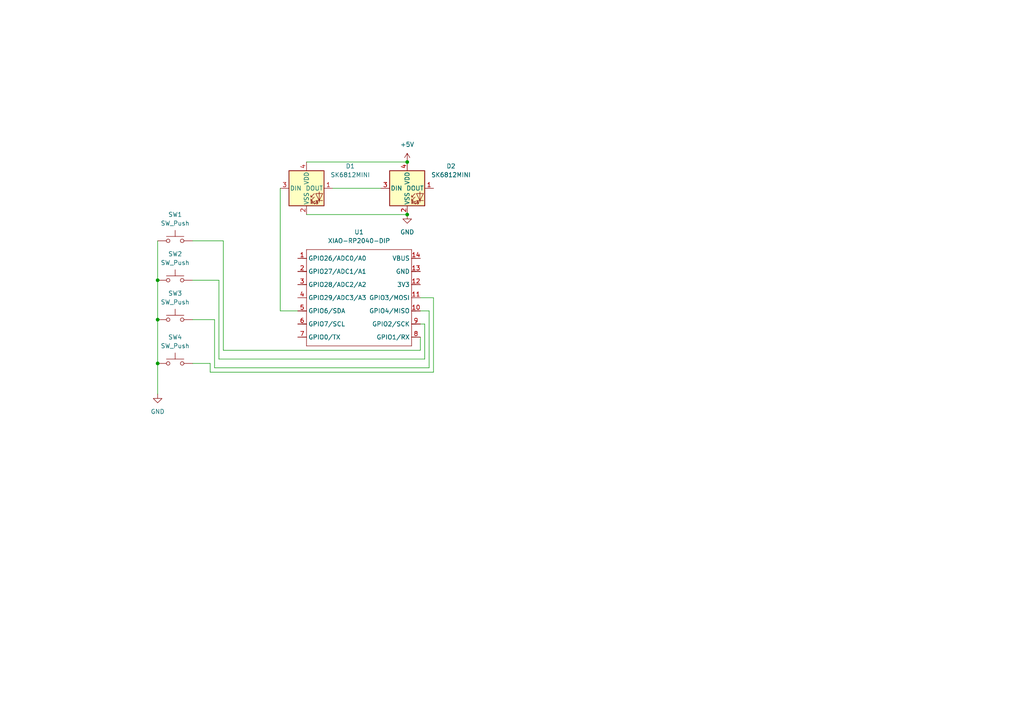
<source format=kicad_sch>
(kicad_sch
	(version 20250114)
	(generator "eeschema")
	(generator_version "9.0")
	(uuid "2284e787-8d46-4ef3-a9b9-463e6d4c54fe")
	(paper "A4")
	(lib_symbols
		(symbol "LED:SK6812MINI"
			(pin_names
				(offset 0.254)
			)
			(exclude_from_sim no)
			(in_bom yes)
			(on_board yes)
			(property "Reference" "D"
				(at 5.08 5.715 0)
				(effects
					(font
						(size 1.27 1.27)
					)
					(justify right bottom)
				)
			)
			(property "Value" "SK6812MINI"
				(at 1.27 -5.715 0)
				(effects
					(font
						(size 1.27 1.27)
					)
					(justify left top)
				)
			)
			(property "Footprint" "LED_SMD:LED_SK6812MINI_PLCC4_3.5x3.5mm_P1.75mm"
				(at 1.27 -7.62 0)
				(effects
					(font
						(size 1.27 1.27)
					)
					(justify left top)
					(hide yes)
				)
			)
			(property "Datasheet" "https://cdn-shop.adafruit.com/product-files/2686/SK6812MINI_REV.01-1-2.pdf"
				(at 2.54 -9.525 0)
				(effects
					(font
						(size 1.27 1.27)
					)
					(justify left top)
					(hide yes)
				)
			)
			(property "Description" "RGB LED with integrated controller"
				(at 0 0 0)
				(effects
					(font
						(size 1.27 1.27)
					)
					(hide yes)
				)
			)
			(property "ki_keywords" "RGB LED NeoPixel Mini addressable"
				(at 0 0 0)
				(effects
					(font
						(size 1.27 1.27)
					)
					(hide yes)
				)
			)
			(property "ki_fp_filters" "LED*SK6812MINI*PLCC*3.5x3.5mm*P1.75mm*"
				(at 0 0 0)
				(effects
					(font
						(size 1.27 1.27)
					)
					(hide yes)
				)
			)
			(symbol "SK6812MINI_0_0"
				(text "RGB"
					(at 2.286 -4.191 0)
					(effects
						(font
							(size 0.762 0.762)
						)
					)
				)
			)
			(symbol "SK6812MINI_0_1"
				(polyline
					(pts
						(xy 1.27 -2.54) (xy 1.778 -2.54)
					)
					(stroke
						(width 0)
						(type default)
					)
					(fill
						(type none)
					)
				)
				(polyline
					(pts
						(xy 1.27 -3.556) (xy 1.778 -3.556)
					)
					(stroke
						(width 0)
						(type default)
					)
					(fill
						(type none)
					)
				)
				(polyline
					(pts
						(xy 2.286 -1.524) (xy 1.27 -2.54) (xy 1.27 -2.032)
					)
					(stroke
						(width 0)
						(type default)
					)
					(fill
						(type none)
					)
				)
				(polyline
					(pts
						(xy 2.286 -2.54) (xy 1.27 -3.556) (xy 1.27 -3.048)
					)
					(stroke
						(width 0)
						(type default)
					)
					(fill
						(type none)
					)
				)
				(polyline
					(pts
						(xy 3.683 -1.016) (xy 3.683 -3.556) (xy 3.683 -4.064)
					)
					(stroke
						(width 0)
						(type default)
					)
					(fill
						(type none)
					)
				)
				(polyline
					(pts
						(xy 4.699 -1.524) (xy 2.667 -1.524) (xy 3.683 -3.556) (xy 4.699 -1.524)
					)
					(stroke
						(width 0)
						(type default)
					)
					(fill
						(type none)
					)
				)
				(polyline
					(pts
						(xy 4.699 -3.556) (xy 2.667 -3.556)
					)
					(stroke
						(width 0)
						(type default)
					)
					(fill
						(type none)
					)
				)
				(rectangle
					(start 5.08 5.08)
					(end -5.08 -5.08)
					(stroke
						(width 0.254)
						(type default)
					)
					(fill
						(type background)
					)
				)
			)
			(symbol "SK6812MINI_1_1"
				(pin input line
					(at -7.62 0 0)
					(length 2.54)
					(name "DIN"
						(effects
							(font
								(size 1.27 1.27)
							)
						)
					)
					(number "3"
						(effects
							(font
								(size 1.27 1.27)
							)
						)
					)
				)
				(pin power_in line
					(at 0 7.62 270)
					(length 2.54)
					(name "VDD"
						(effects
							(font
								(size 1.27 1.27)
							)
						)
					)
					(number "4"
						(effects
							(font
								(size 1.27 1.27)
							)
						)
					)
				)
				(pin power_in line
					(at 0 -7.62 90)
					(length 2.54)
					(name "VSS"
						(effects
							(font
								(size 1.27 1.27)
							)
						)
					)
					(number "2"
						(effects
							(font
								(size 1.27 1.27)
							)
						)
					)
				)
				(pin output line
					(at 7.62 0 180)
					(length 2.54)
					(name "DOUT"
						(effects
							(font
								(size 1.27 1.27)
							)
						)
					)
					(number "1"
						(effects
							(font
								(size 1.27 1.27)
							)
						)
					)
				)
			)
			(embedded_fonts no)
		)
		(symbol "OPL:XIAO-RP2040-DIP"
			(exclude_from_sim no)
			(in_bom yes)
			(on_board yes)
			(property "Reference" "U"
				(at 0 0 0)
				(effects
					(font
						(size 1.27 1.27)
					)
				)
			)
			(property "Value" "XIAO-RP2040-DIP"
				(at 5.334 -1.778 0)
				(effects
					(font
						(size 1.27 1.27)
					)
				)
			)
			(property "Footprint" "Module:MOUDLE14P-XIAO-DIP-SMD"
				(at 14.478 -32.258 0)
				(effects
					(font
						(size 1.27 1.27)
					)
					(hide yes)
				)
			)
			(property "Datasheet" ""
				(at 0 0 0)
				(effects
					(font
						(size 1.27 1.27)
					)
					(hide yes)
				)
			)
			(property "Description" ""
				(at 0 0 0)
				(effects
					(font
						(size 1.27 1.27)
					)
					(hide yes)
				)
			)
			(symbol "XIAO-RP2040-DIP_1_0"
				(polyline
					(pts
						(xy -1.27 -2.54) (xy 29.21 -2.54)
					)
					(stroke
						(width 0.1524)
						(type solid)
					)
					(fill
						(type none)
					)
				)
				(polyline
					(pts
						(xy -1.27 -5.08) (xy -2.54 -5.08)
					)
					(stroke
						(width 0.1524)
						(type solid)
					)
					(fill
						(type none)
					)
				)
				(polyline
					(pts
						(xy -1.27 -5.08) (xy -1.27 -2.54)
					)
					(stroke
						(width 0.1524)
						(type solid)
					)
					(fill
						(type none)
					)
				)
				(polyline
					(pts
						(xy -1.27 -8.89) (xy -2.54 -8.89)
					)
					(stroke
						(width 0.1524)
						(type solid)
					)
					(fill
						(type none)
					)
				)
				(polyline
					(pts
						(xy -1.27 -8.89) (xy -1.27 -5.08)
					)
					(stroke
						(width 0.1524)
						(type solid)
					)
					(fill
						(type none)
					)
				)
				(polyline
					(pts
						(xy -1.27 -12.7) (xy -2.54 -12.7)
					)
					(stroke
						(width 0.1524)
						(type solid)
					)
					(fill
						(type none)
					)
				)
				(polyline
					(pts
						(xy -1.27 -12.7) (xy -1.27 -8.89)
					)
					(stroke
						(width 0.1524)
						(type solid)
					)
					(fill
						(type none)
					)
				)
				(polyline
					(pts
						(xy -1.27 -16.51) (xy -2.54 -16.51)
					)
					(stroke
						(width 0.1524)
						(type solid)
					)
					(fill
						(type none)
					)
				)
				(polyline
					(pts
						(xy -1.27 -16.51) (xy -1.27 -12.7)
					)
					(stroke
						(width 0.1524)
						(type solid)
					)
					(fill
						(type none)
					)
				)
				(polyline
					(pts
						(xy -1.27 -20.32) (xy -2.54 -20.32)
					)
					(stroke
						(width 0.1524)
						(type solid)
					)
					(fill
						(type none)
					)
				)
				(polyline
					(pts
						(xy -1.27 -24.13) (xy -2.54 -24.13)
					)
					(stroke
						(width 0.1524)
						(type solid)
					)
					(fill
						(type none)
					)
				)
				(polyline
					(pts
						(xy -1.27 -27.94) (xy -2.54 -27.94)
					)
					(stroke
						(width 0.1524)
						(type solid)
					)
					(fill
						(type none)
					)
				)
				(polyline
					(pts
						(xy -1.27 -30.48) (xy -1.27 -16.51)
					)
					(stroke
						(width 0.1524)
						(type solid)
					)
					(fill
						(type none)
					)
				)
				(polyline
					(pts
						(xy 29.21 -2.54) (xy 29.21 -5.08)
					)
					(stroke
						(width 0.1524)
						(type solid)
					)
					(fill
						(type none)
					)
				)
				(polyline
					(pts
						(xy 29.21 -5.08) (xy 29.21 -8.89)
					)
					(stroke
						(width 0.1524)
						(type solid)
					)
					(fill
						(type none)
					)
				)
				(polyline
					(pts
						(xy 29.21 -8.89) (xy 29.21 -12.7)
					)
					(stroke
						(width 0.1524)
						(type solid)
					)
					(fill
						(type none)
					)
				)
				(polyline
					(pts
						(xy 29.21 -12.7) (xy 29.21 -30.48)
					)
					(stroke
						(width 0.1524)
						(type solid)
					)
					(fill
						(type none)
					)
				)
				(polyline
					(pts
						(xy 29.21 -30.48) (xy -1.27 -30.48)
					)
					(stroke
						(width 0.1524)
						(type solid)
					)
					(fill
						(type none)
					)
				)
				(polyline
					(pts
						(xy 30.48 -5.08) (xy 29.21 -5.08)
					)
					(stroke
						(width 0.1524)
						(type solid)
					)
					(fill
						(type none)
					)
				)
				(polyline
					(pts
						(xy 30.48 -8.89) (xy 29.21 -8.89)
					)
					(stroke
						(width 0.1524)
						(type solid)
					)
					(fill
						(type none)
					)
				)
				(polyline
					(pts
						(xy 30.48 -12.7) (xy 29.21 -12.7)
					)
					(stroke
						(width 0.1524)
						(type solid)
					)
					(fill
						(type none)
					)
				)
				(polyline
					(pts
						(xy 30.48 -16.51) (xy 29.21 -16.51)
					)
					(stroke
						(width 0.1524)
						(type solid)
					)
					(fill
						(type none)
					)
				)
				(polyline
					(pts
						(xy 30.48 -20.32) (xy 29.21 -20.32)
					)
					(stroke
						(width 0.1524)
						(type solid)
					)
					(fill
						(type none)
					)
				)
				(polyline
					(pts
						(xy 30.48 -24.13) (xy 29.21 -24.13)
					)
					(stroke
						(width 0.1524)
						(type solid)
					)
					(fill
						(type none)
					)
				)
				(polyline
					(pts
						(xy 30.48 -27.94) (xy 29.21 -27.94)
					)
					(stroke
						(width 0.1524)
						(type solid)
					)
					(fill
						(type none)
					)
				)
				(pin passive line
					(at -3.81 -5.08 0)
					(length 2.54)
					(name "GPIO26/ADC0/A0"
						(effects
							(font
								(size 1.27 1.27)
							)
						)
					)
					(number "1"
						(effects
							(font
								(size 1.27 1.27)
							)
						)
					)
				)
				(pin passive line
					(at -3.81 -8.89 0)
					(length 2.54)
					(name "GPIO27/ADC1/A1"
						(effects
							(font
								(size 1.27 1.27)
							)
						)
					)
					(number "2"
						(effects
							(font
								(size 1.27 1.27)
							)
						)
					)
				)
				(pin passive line
					(at -3.81 -12.7 0)
					(length 2.54)
					(name "GPIO28/ADC2/A2"
						(effects
							(font
								(size 1.27 1.27)
							)
						)
					)
					(number "3"
						(effects
							(font
								(size 1.27 1.27)
							)
						)
					)
				)
				(pin passive line
					(at -3.81 -16.51 0)
					(length 2.54)
					(name "GPIO29/ADC3/A3"
						(effects
							(font
								(size 1.27 1.27)
							)
						)
					)
					(number "4"
						(effects
							(font
								(size 1.27 1.27)
							)
						)
					)
				)
				(pin passive line
					(at -3.81 -20.32 0)
					(length 2.54)
					(name "GPIO6/SDA"
						(effects
							(font
								(size 1.27 1.27)
							)
						)
					)
					(number "5"
						(effects
							(font
								(size 1.27 1.27)
							)
						)
					)
				)
				(pin passive line
					(at -3.81 -24.13 0)
					(length 2.54)
					(name "GPIO7/SCL"
						(effects
							(font
								(size 1.27 1.27)
							)
						)
					)
					(number "6"
						(effects
							(font
								(size 1.27 1.27)
							)
						)
					)
				)
				(pin passive line
					(at -3.81 -27.94 0)
					(length 2.54)
					(name "GPIO0/TX"
						(effects
							(font
								(size 1.27 1.27)
							)
						)
					)
					(number "7"
						(effects
							(font
								(size 1.27 1.27)
							)
						)
					)
				)
				(pin passive line
					(at 31.75 -5.08 180)
					(length 2.54)
					(name "VBUS"
						(effects
							(font
								(size 1.27 1.27)
							)
						)
					)
					(number "14"
						(effects
							(font
								(size 1.27 1.27)
							)
						)
					)
				)
				(pin passive line
					(at 31.75 -8.89 180)
					(length 2.54)
					(name "GND"
						(effects
							(font
								(size 1.27 1.27)
							)
						)
					)
					(number "13"
						(effects
							(font
								(size 1.27 1.27)
							)
						)
					)
				)
				(pin passive line
					(at 31.75 -12.7 180)
					(length 2.54)
					(name "3V3"
						(effects
							(font
								(size 1.27 1.27)
							)
						)
					)
					(number "12"
						(effects
							(font
								(size 1.27 1.27)
							)
						)
					)
				)
				(pin passive line
					(at 31.75 -16.51 180)
					(length 2.54)
					(name "GPIO3/MOSI"
						(effects
							(font
								(size 1.27 1.27)
							)
						)
					)
					(number "11"
						(effects
							(font
								(size 1.27 1.27)
							)
						)
					)
				)
				(pin passive line
					(at 31.75 -20.32 180)
					(length 2.54)
					(name "GPIO4/MISO"
						(effects
							(font
								(size 1.27 1.27)
							)
						)
					)
					(number "10"
						(effects
							(font
								(size 1.27 1.27)
							)
						)
					)
				)
				(pin passive line
					(at 31.75 -24.13 180)
					(length 2.54)
					(name "GPIO2/SCK"
						(effects
							(font
								(size 1.27 1.27)
							)
						)
					)
					(number "9"
						(effects
							(font
								(size 1.27 1.27)
							)
						)
					)
				)
				(pin passive line
					(at 31.75 -27.94 180)
					(length 2.54)
					(name "GPIO1/RX"
						(effects
							(font
								(size 1.27 1.27)
							)
						)
					)
					(number "8"
						(effects
							(font
								(size 1.27 1.27)
							)
						)
					)
				)
			)
			(embedded_fonts no)
		)
		(symbol "Switch:SW_Push"
			(pin_numbers
				(hide yes)
			)
			(pin_names
				(offset 1.016)
				(hide yes)
			)
			(exclude_from_sim no)
			(in_bom yes)
			(on_board yes)
			(property "Reference" "SW"
				(at 1.27 2.54 0)
				(effects
					(font
						(size 1.27 1.27)
					)
					(justify left)
				)
			)
			(property "Value" "SW_Push"
				(at 0 -1.524 0)
				(effects
					(font
						(size 1.27 1.27)
					)
				)
			)
			(property "Footprint" ""
				(at 0 5.08 0)
				(effects
					(font
						(size 1.27 1.27)
					)
					(hide yes)
				)
			)
			(property "Datasheet" "~"
				(at 0 5.08 0)
				(effects
					(font
						(size 1.27 1.27)
					)
					(hide yes)
				)
			)
			(property "Description" "Push button switch, generic, two pins"
				(at 0 0 0)
				(effects
					(font
						(size 1.27 1.27)
					)
					(hide yes)
				)
			)
			(property "ki_keywords" "switch normally-open pushbutton push-button"
				(at 0 0 0)
				(effects
					(font
						(size 1.27 1.27)
					)
					(hide yes)
				)
			)
			(symbol "SW_Push_0_1"
				(circle
					(center -2.032 0)
					(radius 0.508)
					(stroke
						(width 0)
						(type default)
					)
					(fill
						(type none)
					)
				)
				(polyline
					(pts
						(xy 0 1.27) (xy 0 3.048)
					)
					(stroke
						(width 0)
						(type default)
					)
					(fill
						(type none)
					)
				)
				(circle
					(center 2.032 0)
					(radius 0.508)
					(stroke
						(width 0)
						(type default)
					)
					(fill
						(type none)
					)
				)
				(polyline
					(pts
						(xy 2.54 1.27) (xy -2.54 1.27)
					)
					(stroke
						(width 0)
						(type default)
					)
					(fill
						(type none)
					)
				)
				(pin passive line
					(at -5.08 0 0)
					(length 2.54)
					(name "1"
						(effects
							(font
								(size 1.27 1.27)
							)
						)
					)
					(number "1"
						(effects
							(font
								(size 1.27 1.27)
							)
						)
					)
				)
				(pin passive line
					(at 5.08 0 180)
					(length 2.54)
					(name "2"
						(effects
							(font
								(size 1.27 1.27)
							)
						)
					)
					(number "2"
						(effects
							(font
								(size 1.27 1.27)
							)
						)
					)
				)
			)
			(embedded_fonts no)
		)
		(symbol "power:+5V"
			(power)
			(pin_numbers
				(hide yes)
			)
			(pin_names
				(offset 0)
				(hide yes)
			)
			(exclude_from_sim no)
			(in_bom yes)
			(on_board yes)
			(property "Reference" "#PWR"
				(at 0 -3.81 0)
				(effects
					(font
						(size 1.27 1.27)
					)
					(hide yes)
				)
			)
			(property "Value" "+5V"
				(at 0 3.556 0)
				(effects
					(font
						(size 1.27 1.27)
					)
				)
			)
			(property "Footprint" ""
				(at 0 0 0)
				(effects
					(font
						(size 1.27 1.27)
					)
					(hide yes)
				)
			)
			(property "Datasheet" ""
				(at 0 0 0)
				(effects
					(font
						(size 1.27 1.27)
					)
					(hide yes)
				)
			)
			(property "Description" "Power symbol creates a global label with name \"+5V\""
				(at 0 0 0)
				(effects
					(font
						(size 1.27 1.27)
					)
					(hide yes)
				)
			)
			(property "ki_keywords" "global power"
				(at 0 0 0)
				(effects
					(font
						(size 1.27 1.27)
					)
					(hide yes)
				)
			)
			(symbol "+5V_0_1"
				(polyline
					(pts
						(xy -0.762 1.27) (xy 0 2.54)
					)
					(stroke
						(width 0)
						(type default)
					)
					(fill
						(type none)
					)
				)
				(polyline
					(pts
						(xy 0 2.54) (xy 0.762 1.27)
					)
					(stroke
						(width 0)
						(type default)
					)
					(fill
						(type none)
					)
				)
				(polyline
					(pts
						(xy 0 0) (xy 0 2.54)
					)
					(stroke
						(width 0)
						(type default)
					)
					(fill
						(type none)
					)
				)
			)
			(symbol "+5V_1_1"
				(pin power_in line
					(at 0 0 90)
					(length 0)
					(name "~"
						(effects
							(font
								(size 1.27 1.27)
							)
						)
					)
					(number "1"
						(effects
							(font
								(size 1.27 1.27)
							)
						)
					)
				)
			)
			(embedded_fonts no)
		)
		(symbol "power:GND"
			(power)
			(pin_numbers
				(hide yes)
			)
			(pin_names
				(offset 0)
				(hide yes)
			)
			(exclude_from_sim no)
			(in_bom yes)
			(on_board yes)
			(property "Reference" "#PWR"
				(at 0 -6.35 0)
				(effects
					(font
						(size 1.27 1.27)
					)
					(hide yes)
				)
			)
			(property "Value" "GND"
				(at 0 -3.81 0)
				(effects
					(font
						(size 1.27 1.27)
					)
				)
			)
			(property "Footprint" ""
				(at 0 0 0)
				(effects
					(font
						(size 1.27 1.27)
					)
					(hide yes)
				)
			)
			(property "Datasheet" ""
				(at 0 0 0)
				(effects
					(font
						(size 1.27 1.27)
					)
					(hide yes)
				)
			)
			(property "Description" "Power symbol creates a global label with name \"GND\" , ground"
				(at 0 0 0)
				(effects
					(font
						(size 1.27 1.27)
					)
					(hide yes)
				)
			)
			(property "ki_keywords" "global power"
				(at 0 0 0)
				(effects
					(font
						(size 1.27 1.27)
					)
					(hide yes)
				)
			)
			(symbol "GND_0_1"
				(polyline
					(pts
						(xy 0 0) (xy 0 -1.27) (xy 1.27 -1.27) (xy 0 -2.54) (xy -1.27 -1.27) (xy 0 -1.27)
					)
					(stroke
						(width 0)
						(type default)
					)
					(fill
						(type none)
					)
				)
			)
			(symbol "GND_1_1"
				(pin power_in line
					(at 0 0 270)
					(length 0)
					(name "~"
						(effects
							(font
								(size 1.27 1.27)
							)
						)
					)
					(number "1"
						(effects
							(font
								(size 1.27 1.27)
							)
						)
					)
				)
			)
			(embedded_fonts no)
		)
	)
	(junction
		(at 118.11 62.23)
		(diameter 0)
		(color 0 0 0 0)
		(uuid "224b3dd8-d444-4a69-a789-eb2b169bd38a")
	)
	(junction
		(at 45.72 105.41)
		(diameter 0)
		(color 0 0 0 0)
		(uuid "5ee2f151-549d-4500-9719-89f32b3cc082")
	)
	(junction
		(at 45.72 81.28)
		(diameter 0)
		(color 0 0 0 0)
		(uuid "bae7170a-0ca6-41a8-a524-46b2930ed86c")
	)
	(junction
		(at 45.72 92.71)
		(diameter 0)
		(color 0 0 0 0)
		(uuid "e8440953-3be2-4c56-8cd0-9386246f3c41")
	)
	(junction
		(at 118.11 46.99)
		(diameter 0)
		(color 0 0 0 0)
		(uuid "f7ea0ab0-6023-4f5f-b215-69c0d6ce1b3e")
	)
	(wire
		(pts
			(xy 63.5 104.14) (xy 63.5 81.28)
		)
		(stroke
			(width 0)
			(type default)
		)
		(uuid "1ee0bd49-7c99-43dc-89e6-3d6f63d6fac8")
	)
	(wire
		(pts
			(xy 125.73 86.36) (xy 125.73 107.95)
		)
		(stroke
			(width 0)
			(type default)
		)
		(uuid "2d29b087-a061-4e21-9086-97818a34b818")
	)
	(wire
		(pts
			(xy 62.23 92.71) (xy 55.88 92.71)
		)
		(stroke
			(width 0)
			(type default)
		)
		(uuid "2d768b80-252d-4a29-92e5-dec9641cb2d8")
	)
	(wire
		(pts
			(xy 96.52 54.61) (xy 110.49 54.61)
		)
		(stroke
			(width 0)
			(type default)
		)
		(uuid "3668d78b-fa5e-4e30-8b2c-dcd2d7a956b4")
	)
	(wire
		(pts
			(xy 45.72 92.71) (xy 45.72 105.41)
		)
		(stroke
			(width 0)
			(type default)
		)
		(uuid "3f5a783c-ba23-4e98-869b-f5cf25104ee3")
	)
	(wire
		(pts
			(xy 123.19 104.14) (xy 63.5 104.14)
		)
		(stroke
			(width 0)
			(type default)
		)
		(uuid "42797ffa-321e-4141-8780-68ae29f984cb")
	)
	(wire
		(pts
			(xy 121.92 86.36) (xy 125.73 86.36)
		)
		(stroke
			(width 0)
			(type default)
		)
		(uuid "47b9ca63-9322-4f61-9c0e-9bbb1a166ecf")
	)
	(wire
		(pts
			(xy 81.28 90.17) (xy 81.28 54.61)
		)
		(stroke
			(width 0)
			(type default)
		)
		(uuid "4bad70d5-0512-429a-8f81-64bdc73ef5c6")
	)
	(wire
		(pts
			(xy 121.92 90.17) (xy 124.46 90.17)
		)
		(stroke
			(width 0)
			(type default)
		)
		(uuid "58ccade7-8aaf-4a6d-a639-a9746d3f9477")
	)
	(wire
		(pts
			(xy 64.77 101.6) (xy 64.77 69.85)
		)
		(stroke
			(width 0)
			(type default)
		)
		(uuid "6159db0f-4340-413f-8b23-68df361b0d10")
	)
	(wire
		(pts
			(xy 121.92 101.6) (xy 64.77 101.6)
		)
		(stroke
			(width 0)
			(type default)
		)
		(uuid "687f680b-f424-421c-a390-699195dd3abf")
	)
	(wire
		(pts
			(xy 121.92 97.79) (xy 121.92 101.6)
		)
		(stroke
			(width 0)
			(type default)
		)
		(uuid "6ec69c97-1882-4ca5-b204-4aa397d6024a")
	)
	(wire
		(pts
			(xy 123.19 93.98) (xy 123.19 104.14)
		)
		(stroke
			(width 0)
			(type default)
		)
		(uuid "6f2e9441-a0cc-4a5c-a768-dd145f8fd370")
	)
	(wire
		(pts
			(xy 88.9 62.23) (xy 118.11 62.23)
		)
		(stroke
			(width 0)
			(type default)
		)
		(uuid "709ac8b1-4973-4c66-bb5f-006634cd0b42")
	)
	(wire
		(pts
			(xy 86.36 90.17) (xy 81.28 90.17)
		)
		(stroke
			(width 0)
			(type default)
		)
		(uuid "a4f81aaf-0be0-4535-ac9c-33daa76613d9")
	)
	(wire
		(pts
			(xy 88.9 46.99) (xy 118.11 46.99)
		)
		(stroke
			(width 0)
			(type default)
		)
		(uuid "ac837d69-a54e-4fb5-9fdc-f14adb8b3168")
	)
	(wire
		(pts
			(xy 45.72 69.85) (xy 45.72 81.28)
		)
		(stroke
			(width 0)
			(type default)
		)
		(uuid "b4700d87-fef4-4a84-ac04-7ffc520fbf0a")
	)
	(wire
		(pts
			(xy 125.73 107.95) (xy 60.96 107.95)
		)
		(stroke
			(width 0)
			(type default)
		)
		(uuid "bcd06827-3646-497a-90fa-98b40a214b58")
	)
	(wire
		(pts
			(xy 64.77 69.85) (xy 55.88 69.85)
		)
		(stroke
			(width 0)
			(type default)
		)
		(uuid "c31457ec-b8a2-4dcb-b093-21b17bd7400a")
	)
	(wire
		(pts
			(xy 45.72 81.28) (xy 45.72 92.71)
		)
		(stroke
			(width 0)
			(type default)
		)
		(uuid "cb3a47ff-76bd-4a5a-a88f-e5982c923356")
	)
	(wire
		(pts
			(xy 60.96 107.95) (xy 60.96 105.41)
		)
		(stroke
			(width 0)
			(type default)
		)
		(uuid "cdd8a790-4455-43be-8469-eb93f01c1267")
	)
	(wire
		(pts
			(xy 60.96 105.41) (xy 55.88 105.41)
		)
		(stroke
			(width 0)
			(type default)
		)
		(uuid "ce97db37-efde-4b5a-bdaf-5ca6e7ef7108")
	)
	(wire
		(pts
			(xy 124.46 106.68) (xy 62.23 106.68)
		)
		(stroke
			(width 0)
			(type default)
		)
		(uuid "d171172e-6fac-43b6-9d5b-170b4c66ccf5")
	)
	(wire
		(pts
			(xy 63.5 81.28) (xy 55.88 81.28)
		)
		(stroke
			(width 0)
			(type default)
		)
		(uuid "ebb98324-8c08-4508-b025-b58e669ce3a5")
	)
	(wire
		(pts
			(xy 62.23 106.68) (xy 62.23 92.71)
		)
		(stroke
			(width 0)
			(type default)
		)
		(uuid "f3201510-74c0-43bd-b2e0-95179a09b207")
	)
	(wire
		(pts
			(xy 121.92 93.98) (xy 123.19 93.98)
		)
		(stroke
			(width 0)
			(type default)
		)
		(uuid "f52f6874-34ce-44cf-b95f-9f27f0bad402")
	)
	(wire
		(pts
			(xy 45.72 105.41) (xy 45.72 114.3)
		)
		(stroke
			(width 0)
			(type default)
		)
		(uuid "f76522f5-90af-4b2d-bb15-efc7c1aaf041")
	)
	(wire
		(pts
			(xy 124.46 90.17) (xy 124.46 106.68)
		)
		(stroke
			(width 0)
			(type default)
		)
		(uuid "fd4d084c-c96e-4880-95fb-933d3e27256b")
	)
	(symbol
		(lib_id "power:GND")
		(at 118.11 62.23 0)
		(unit 1)
		(exclude_from_sim no)
		(in_bom yes)
		(on_board yes)
		(dnp no)
		(fields_autoplaced yes)
		(uuid "07a7b7fb-85d9-413a-8678-0e858a2fd16d")
		(property "Reference" "#PWR01"
			(at 118.11 68.58 0)
			(effects
				(font
					(size 1.27 1.27)
				)
				(hide yes)
			)
		)
		(property "Value" "GND"
			(at 118.11 67.31 0)
			(effects
				(font
					(size 1.27 1.27)
				)
			)
		)
		(property "Footprint" ""
			(at 118.11 62.23 0)
			(effects
				(font
					(size 1.27 1.27)
				)
				(hide yes)
			)
		)
		(property "Datasheet" ""
			(at 118.11 62.23 0)
			(effects
				(font
					(size 1.27 1.27)
				)
				(hide yes)
			)
		)
		(property "Description" "Power symbol creates a global label with name \"GND\" , ground"
			(at 118.11 62.23 0)
			(effects
				(font
					(size 1.27 1.27)
				)
				(hide yes)
			)
		)
		(pin "1"
			(uuid "35e55acf-4f62-42d6-b5e1-098e904878ca")
		)
		(instances
			(project ""
				(path "/2284e787-8d46-4ef3-a9b9-463e6d4c54fe"
					(reference "#PWR01")
					(unit 1)
				)
			)
		)
	)
	(symbol
		(lib_id "LED:SK6812MINI")
		(at 88.9 54.61 0)
		(unit 1)
		(exclude_from_sim no)
		(in_bom yes)
		(on_board yes)
		(dnp no)
		(fields_autoplaced yes)
		(uuid "3ba73e78-095c-4527-9177-50f9ac08d49e")
		(property "Reference" "D1"
			(at 101.6 48.1898 0)
			(effects
				(font
					(size 1.27 1.27)
				)
			)
		)
		(property "Value" "SK6812MINI"
			(at 101.6 50.7298 0)
			(effects
				(font
					(size 1.27 1.27)
				)
			)
		)
		(property "Footprint" "LED_SMD:LED_SK6812MINI_PLCC4_3.5x3.5mm_P1.75mm"
			(at 90.17 62.23 0)
			(effects
				(font
					(size 1.27 1.27)
				)
				(justify left top)
				(hide yes)
			)
		)
		(property "Datasheet" "https://cdn-shop.adafruit.com/product-files/2686/SK6812MINI_REV.01-1-2.pdf"
			(at 91.44 64.135 0)
			(effects
				(font
					(size 1.27 1.27)
				)
				(justify left top)
				(hide yes)
			)
		)
		(property "Description" "RGB LED with integrated controller"
			(at 88.9 54.61 0)
			(effects
				(font
					(size 1.27 1.27)
				)
				(hide yes)
			)
		)
		(pin "2"
			(uuid "2bd27d09-e4e8-4eee-8b2c-e31c9a1e70ce")
		)
		(pin "1"
			(uuid "3d0e2a38-b1e5-4fef-9010-052ccfe3b92c")
		)
		(pin "4"
			(uuid "3866c5b0-f1c7-454b-add6-6bda0a64708b")
		)
		(pin "3"
			(uuid "9afeefef-fcd9-4f89-a243-860ddaa15fcb")
		)
		(instances
			(project ""
				(path "/2284e787-8d46-4ef3-a9b9-463e6d4c54fe"
					(reference "D1")
					(unit 1)
				)
			)
		)
	)
	(symbol
		(lib_id "Switch:SW_Push")
		(at 50.8 105.41 0)
		(unit 1)
		(exclude_from_sim no)
		(in_bom yes)
		(on_board yes)
		(dnp no)
		(fields_autoplaced yes)
		(uuid "588c1bf1-50e8-4b34-b031-ac0ad691353c")
		(property "Reference" "SW4"
			(at 50.8 97.79 0)
			(effects
				(font
					(size 1.27 1.27)
				)
			)
		)
		(property "Value" "SW_Push"
			(at 50.8 100.33 0)
			(effects
				(font
					(size 1.27 1.27)
				)
			)
		)
		(property "Footprint" "Button_Switch_Keyboard:SW_Cherry_MX_1.00u_PCB"
			(at 50.8 100.33 0)
			(effects
				(font
					(size 1.27 1.27)
				)
				(hide yes)
			)
		)
		(property "Datasheet" "~"
			(at 50.8 100.33 0)
			(effects
				(font
					(size 1.27 1.27)
				)
				(hide yes)
			)
		)
		(property "Description" "Push button switch, generic, two pins"
			(at 50.8 105.41 0)
			(effects
				(font
					(size 1.27 1.27)
				)
				(hide yes)
			)
		)
		(pin "2"
			(uuid "392da0bf-3866-43aa-ad67-41a51929ae42")
		)
		(pin "1"
			(uuid "134d07c7-ab57-46ad-8cbc-09163b44525d")
		)
		(instances
			(project ""
				(path "/2284e787-8d46-4ef3-a9b9-463e6d4c54fe"
					(reference "SW4")
					(unit 1)
				)
			)
		)
	)
	(symbol
		(lib_id "power:+5V")
		(at 118.11 46.99 0)
		(unit 1)
		(exclude_from_sim no)
		(in_bom yes)
		(on_board yes)
		(dnp no)
		(fields_autoplaced yes)
		(uuid "7b291912-60db-47c3-b98a-49d1d7cbca84")
		(property "Reference" "#PWR03"
			(at 118.11 50.8 0)
			(effects
				(font
					(size 1.27 1.27)
				)
				(hide yes)
			)
		)
		(property "Value" "+5V"
			(at 118.11 41.91 0)
			(effects
				(font
					(size 1.27 1.27)
				)
			)
		)
		(property "Footprint" ""
			(at 118.11 46.99 0)
			(effects
				(font
					(size 1.27 1.27)
				)
				(hide yes)
			)
		)
		(property "Datasheet" ""
			(at 118.11 46.99 0)
			(effects
				(font
					(size 1.27 1.27)
				)
				(hide yes)
			)
		)
		(property "Description" "Power symbol creates a global label with name \"+5V\""
			(at 118.11 46.99 0)
			(effects
				(font
					(size 1.27 1.27)
				)
				(hide yes)
			)
		)
		(pin "1"
			(uuid "02722b0c-9468-4096-8302-067796d11f47")
		)
		(instances
			(project ""
				(path "/2284e787-8d46-4ef3-a9b9-463e6d4c54fe"
					(reference "#PWR03")
					(unit 1)
				)
			)
		)
	)
	(symbol
		(lib_id "power:GND")
		(at 45.72 114.3 0)
		(unit 1)
		(exclude_from_sim no)
		(in_bom yes)
		(on_board yes)
		(dnp no)
		(fields_autoplaced yes)
		(uuid "9f353525-3d54-44f7-85e3-46c0bb4433c6")
		(property "Reference" "#PWR02"
			(at 45.72 120.65 0)
			(effects
				(font
					(size 1.27 1.27)
				)
				(hide yes)
			)
		)
		(property "Value" "GND"
			(at 45.72 119.38 0)
			(effects
				(font
					(size 1.27 1.27)
				)
			)
		)
		(property "Footprint" ""
			(at 45.72 114.3 0)
			(effects
				(font
					(size 1.27 1.27)
				)
				(hide yes)
			)
		)
		(property "Datasheet" ""
			(at 45.72 114.3 0)
			(effects
				(font
					(size 1.27 1.27)
				)
				(hide yes)
			)
		)
		(property "Description" "Power symbol creates a global label with name \"GND\" , ground"
			(at 45.72 114.3 0)
			(effects
				(font
					(size 1.27 1.27)
				)
				(hide yes)
			)
		)
		(pin "1"
			(uuid "f314eddc-dd9d-4ffa-9d3b-400e610e0354")
		)
		(instances
			(project ""
				(path "/2284e787-8d46-4ef3-a9b9-463e6d4c54fe"
					(reference "#PWR02")
					(unit 1)
				)
			)
		)
	)
	(symbol
		(lib_id "OPL:XIAO-RP2040-DIP")
		(at 90.17 69.85 0)
		(unit 1)
		(exclude_from_sim no)
		(in_bom yes)
		(on_board yes)
		(dnp no)
		(fields_autoplaced yes)
		(uuid "a7d118bc-cf8f-4e9a-9e87-931a57142b4f")
		(property "Reference" "U1"
			(at 104.14 67.31 0)
			(effects
				(font
					(size 1.27 1.27)
				)
			)
		)
		(property "Value" "XIAO-RP2040-DIP"
			(at 104.14 69.85 0)
			(effects
				(font
					(size 1.27 1.27)
				)
			)
		)
		(property "Footprint" "OPL:XIAO-RP2040-DIP"
			(at 104.648 102.108 0)
			(effects
				(font
					(size 1.27 1.27)
				)
				(hide yes)
			)
		)
		(property "Datasheet" ""
			(at 90.17 69.85 0)
			(effects
				(font
					(size 1.27 1.27)
				)
				(hide yes)
			)
		)
		(property "Description" ""
			(at 90.17 69.85 0)
			(effects
				(font
					(size 1.27 1.27)
				)
				(hide yes)
			)
		)
		(pin "5"
			(uuid "2820b92f-eabc-4515-a417-bf7680b723bb")
		)
		(pin "7"
			(uuid "5536edb9-0e87-438a-b916-b91c56c013a5")
		)
		(pin "1"
			(uuid "31a241d2-1191-466d-9c47-ee9d6dcd77ca")
		)
		(pin "12"
			(uuid "f005cad2-2ef3-4fc4-888c-6f1c28ba2992")
		)
		(pin "10"
			(uuid "35983372-433e-45a9-a116-97a4ef8e259a")
		)
		(pin "2"
			(uuid "b4b3f8fe-4a5c-4452-9746-5e33ec2a926c")
		)
		(pin "8"
			(uuid "d8505cb5-4616-4227-a8f0-8207d1f42726")
		)
		(pin "4"
			(uuid "0c525ceb-5918-44d6-a223-11012172a298")
		)
		(pin "14"
			(uuid "85148156-ec95-4f09-bbe5-2bd2db5f4ddc")
		)
		(pin "3"
			(uuid "c8ce0b93-67df-4a5c-a81a-025ff2ca6c09")
		)
		(pin "11"
			(uuid "2efc4733-8b30-4f11-83da-0ba1ca16c379")
		)
		(pin "13"
			(uuid "39544000-be8d-4d22-98e3-ba8136ad43df")
		)
		(pin "9"
			(uuid "3b604464-d2dc-48d9-bd6c-8cc863980855")
		)
		(pin "6"
			(uuid "8cae8745-21dd-48e7-9086-4c557833e571")
		)
		(instances
			(project ""
				(path "/2284e787-8d46-4ef3-a9b9-463e6d4c54fe"
					(reference "U1")
					(unit 1)
				)
			)
		)
	)
	(symbol
		(lib_id "Switch:SW_Push")
		(at 50.8 81.28 0)
		(unit 1)
		(exclude_from_sim no)
		(in_bom yes)
		(on_board yes)
		(dnp no)
		(fields_autoplaced yes)
		(uuid "b9dea41b-9a2b-414a-9723-1f431fb7cc87")
		(property "Reference" "SW2"
			(at 50.8 73.66 0)
			(effects
				(font
					(size 1.27 1.27)
				)
			)
		)
		(property "Value" "SW_Push"
			(at 50.8 76.2 0)
			(effects
				(font
					(size 1.27 1.27)
				)
			)
		)
		(property "Footprint" "Button_Switch_Keyboard:SW_Cherry_MX_1.00u_PCB"
			(at 50.8 76.2 0)
			(effects
				(font
					(size 1.27 1.27)
				)
				(hide yes)
			)
		)
		(property "Datasheet" "~"
			(at 50.8 76.2 0)
			(effects
				(font
					(size 1.27 1.27)
				)
				(hide yes)
			)
		)
		(property "Description" "Push button switch, generic, two pins"
			(at 50.8 81.28 0)
			(effects
				(font
					(size 1.27 1.27)
				)
				(hide yes)
			)
		)
		(pin "1"
			(uuid "f46bc5dd-f16f-49c7-bc81-6758448321b1")
		)
		(pin "2"
			(uuid "48bb6922-28f3-4572-af1a-5cef00332835")
		)
		(instances
			(project ""
				(path "/2284e787-8d46-4ef3-a9b9-463e6d4c54fe"
					(reference "SW2")
					(unit 1)
				)
			)
		)
	)
	(symbol
		(lib_id "Switch:SW_Push")
		(at 50.8 69.85 0)
		(unit 1)
		(exclude_from_sim no)
		(in_bom yes)
		(on_board yes)
		(dnp no)
		(fields_autoplaced yes)
		(uuid "d292c7a9-7bac-48d5-8b66-daf8fface76a")
		(property "Reference" "SW1"
			(at 50.8 62.23 0)
			(effects
				(font
					(size 1.27 1.27)
				)
			)
		)
		(property "Value" "SW_Push"
			(at 50.8 64.77 0)
			(effects
				(font
					(size 1.27 1.27)
				)
			)
		)
		(property "Footprint" "Button_Switch_Keyboard:SW_Cherry_MX_1.00u_PCB"
			(at 50.8 64.77 0)
			(effects
				(font
					(size 1.27 1.27)
				)
				(hide yes)
			)
		)
		(property "Datasheet" "~"
			(at 50.8 64.77 0)
			(effects
				(font
					(size 1.27 1.27)
				)
				(hide yes)
			)
		)
		(property "Description" "Push button switch, generic, two pins"
			(at 50.8 69.85 0)
			(effects
				(font
					(size 1.27 1.27)
				)
				(hide yes)
			)
		)
		(pin "2"
			(uuid "e0128699-1077-424c-983f-61ac86049ed0")
		)
		(pin "1"
			(uuid "6bfb078a-e351-4e62-aaf6-fd585c1a792a")
		)
		(instances
			(project ""
				(path "/2284e787-8d46-4ef3-a9b9-463e6d4c54fe"
					(reference "SW1")
					(unit 1)
				)
			)
		)
	)
	(symbol
		(lib_id "LED:SK6812MINI")
		(at 118.11 54.61 0)
		(unit 1)
		(exclude_from_sim no)
		(in_bom yes)
		(on_board yes)
		(dnp no)
		(fields_autoplaced yes)
		(uuid "d9e66726-5055-4dca-9925-83f3e45df277")
		(property "Reference" "D2"
			(at 130.81 48.1898 0)
			(effects
				(font
					(size 1.27 1.27)
				)
			)
		)
		(property "Value" "SK6812MINI"
			(at 130.81 50.7298 0)
			(effects
				(font
					(size 1.27 1.27)
				)
			)
		)
		(property "Footprint" "LED_SMD:LED_SK6812MINI_PLCC4_3.5x3.5mm_P1.75mm"
			(at 119.38 62.23 0)
			(effects
				(font
					(size 1.27 1.27)
				)
				(justify left top)
				(hide yes)
			)
		)
		(property "Datasheet" "https://cdn-shop.adafruit.com/product-files/2686/SK6812MINI_REV.01-1-2.pdf"
			(at 120.65 64.135 0)
			(effects
				(font
					(size 1.27 1.27)
				)
				(justify left top)
				(hide yes)
			)
		)
		(property "Description" "RGB LED with integrated controller"
			(at 118.11 54.61 0)
			(effects
				(font
					(size 1.27 1.27)
				)
				(hide yes)
			)
		)
		(pin "2"
			(uuid "a6134bb1-d327-461b-b9db-ccb6a27de62a")
		)
		(pin "3"
			(uuid "0fa0f63c-a9dd-47cf-a43f-d5a07fbb3817")
		)
		(pin "1"
			(uuid "7aba2a5d-676b-41f4-bf69-4e23c7a675a6")
		)
		(pin "4"
			(uuid "fa918ad4-6db7-49a8-aca1-98c62acf5fde")
		)
		(instances
			(project ""
				(path "/2284e787-8d46-4ef3-a9b9-463e6d4c54fe"
					(reference "D2")
					(unit 1)
				)
			)
		)
	)
	(symbol
		(lib_id "Switch:SW_Push")
		(at 50.8 92.71 0)
		(unit 1)
		(exclude_from_sim no)
		(in_bom yes)
		(on_board yes)
		(dnp no)
		(fields_autoplaced yes)
		(uuid "ec13e579-8658-4769-a47a-e76e4ed044c0")
		(property "Reference" "SW3"
			(at 50.8 85.09 0)
			(effects
				(font
					(size 1.27 1.27)
				)
			)
		)
		(property "Value" "SW_Push"
			(at 50.8 87.63 0)
			(effects
				(font
					(size 1.27 1.27)
				)
			)
		)
		(property "Footprint" "Button_Switch_Keyboard:SW_Cherry_MX_1.00u_PCB"
			(at 50.8 87.63 0)
			(effects
				(font
					(size 1.27 1.27)
				)
				(hide yes)
			)
		)
		(property "Datasheet" "~"
			(at 50.8 87.63 0)
			(effects
				(font
					(size 1.27 1.27)
				)
				(hide yes)
			)
		)
		(property "Description" "Push button switch, generic, two pins"
			(at 50.8 92.71 0)
			(effects
				(font
					(size 1.27 1.27)
				)
				(hide yes)
			)
		)
		(pin "2"
			(uuid "afeeef1c-27c0-433e-a36d-4f8b71dbb2b4")
		)
		(pin "1"
			(uuid "47f75b22-517d-43bd-8e1f-0b85b377b493")
		)
		(instances
			(project ""
				(path "/2284e787-8d46-4ef3-a9b9-463e6d4c54fe"
					(reference "SW3")
					(unit 1)
				)
			)
		)
	)
	(sheet_instances
		(path "/"
			(page "1")
		)
	)
	(embedded_fonts no)
)

</source>
